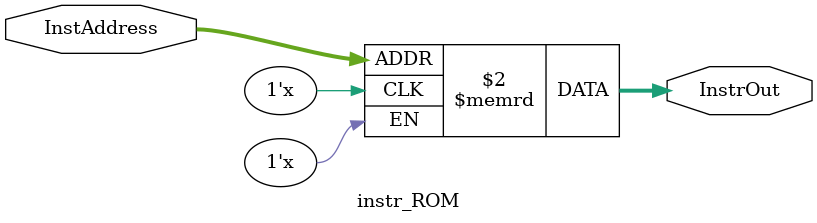
<source format=sv>
module instr_ROM #(parameter A=16, W=9) (
  input       [A-1:0] InstAddress,
  output logic[W-1:0] InstrOut);
	 
// need $readmemh or $readmemb to initialize all of the elements
// declare ROM array
  logic[W-1:0] inst_rom[2**(A)];
// read from it
  always_comb InstrOut = inst_rom[InstAddress];

endmodule

</source>
